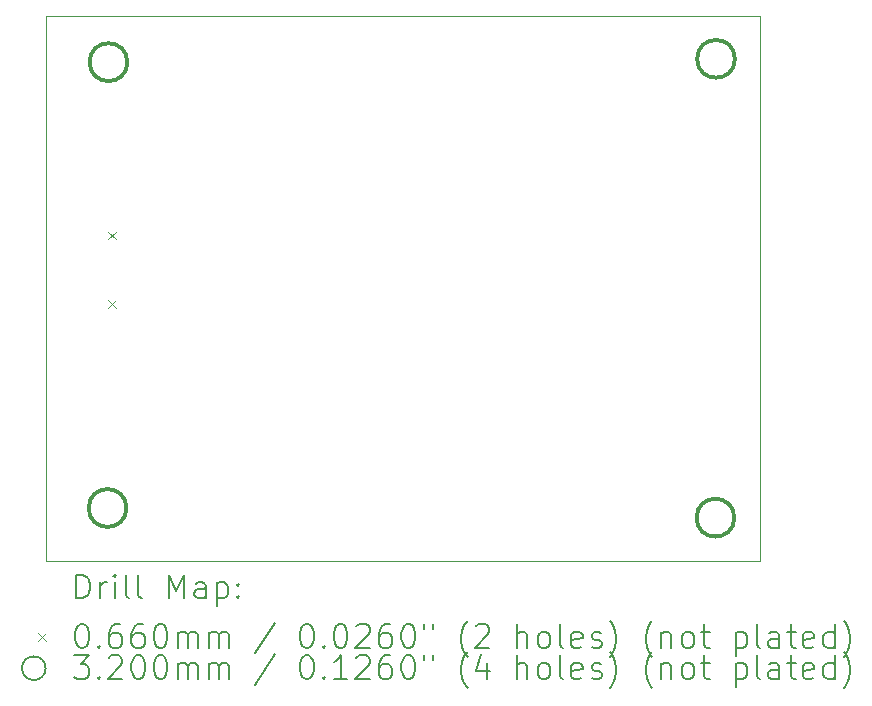
<source format=gbr>
%TF.GenerationSoftware,KiCad,Pcbnew,9.0.6*%
%TF.CreationDate,2026-02-28T15:55:19-05:00*%
%TF.ProjectId,GoldenForm_1,476f6c64-656e-4466-9f72-6d5f312e6b69,rev?*%
%TF.SameCoordinates,Original*%
%TF.FileFunction,Drillmap*%
%TF.FilePolarity,Positive*%
%FSLAX45Y45*%
G04 Gerber Fmt 4.5, Leading zero omitted, Abs format (unit mm)*
G04 Created by KiCad (PCBNEW 9.0.6) date 2026-02-28 15:55:19*
%MOMM*%
%LPD*%
G01*
G04 APERTURE LIST*
%ADD10C,0.050000*%
%ADD11C,0.200000*%
%ADD12C,0.100000*%
%ADD13C,0.320000*%
G04 APERTURE END LIST*
D10*
X6706000Y-5031000D02*
X12750000Y-5031000D01*
X12750000Y-9642600D01*
X6706000Y-9642600D01*
X6706000Y-5031000D01*
D11*
D12*
X7233060Y-6852980D02*
X7299100Y-6919020D01*
X7299100Y-6852980D02*
X7233060Y-6919020D01*
X7233060Y-7430980D02*
X7299100Y-7497020D01*
X7299100Y-7430980D02*
X7233060Y-7497020D01*
D13*
X7388000Y-9193000D02*
G75*
G02*
X7068000Y-9193000I-160000J0D01*
G01*
X7068000Y-9193000D02*
G75*
G02*
X7388000Y-9193000I160000J0D01*
G01*
X7396000Y-5418200D02*
G75*
G02*
X7076000Y-5418200I-160000J0D01*
G01*
X7076000Y-5418200D02*
G75*
G02*
X7396000Y-5418200I160000J0D01*
G01*
X12535000Y-9275000D02*
G75*
G02*
X12215000Y-9275000I-160000J0D01*
G01*
X12215000Y-9275000D02*
G75*
G02*
X12535000Y-9275000I160000J0D01*
G01*
X12540000Y-5390000D02*
G75*
G02*
X12220000Y-5390000I-160000J0D01*
G01*
X12220000Y-5390000D02*
G75*
G02*
X12540000Y-5390000I160000J0D01*
G01*
D11*
X6964277Y-9956584D02*
X6964277Y-9756584D01*
X6964277Y-9756584D02*
X7011896Y-9756584D01*
X7011896Y-9756584D02*
X7040467Y-9766108D01*
X7040467Y-9766108D02*
X7059515Y-9785155D01*
X7059515Y-9785155D02*
X7069039Y-9804203D01*
X7069039Y-9804203D02*
X7078562Y-9842298D01*
X7078562Y-9842298D02*
X7078562Y-9870870D01*
X7078562Y-9870870D02*
X7069039Y-9908965D01*
X7069039Y-9908965D02*
X7059515Y-9928012D01*
X7059515Y-9928012D02*
X7040467Y-9947060D01*
X7040467Y-9947060D02*
X7011896Y-9956584D01*
X7011896Y-9956584D02*
X6964277Y-9956584D01*
X7164277Y-9956584D02*
X7164277Y-9823250D01*
X7164277Y-9861346D02*
X7173801Y-9842298D01*
X7173801Y-9842298D02*
X7183324Y-9832774D01*
X7183324Y-9832774D02*
X7202372Y-9823250D01*
X7202372Y-9823250D02*
X7221420Y-9823250D01*
X7288086Y-9956584D02*
X7288086Y-9823250D01*
X7288086Y-9756584D02*
X7278562Y-9766108D01*
X7278562Y-9766108D02*
X7288086Y-9775631D01*
X7288086Y-9775631D02*
X7297610Y-9766108D01*
X7297610Y-9766108D02*
X7288086Y-9756584D01*
X7288086Y-9756584D02*
X7288086Y-9775631D01*
X7411896Y-9956584D02*
X7392848Y-9947060D01*
X7392848Y-9947060D02*
X7383324Y-9928012D01*
X7383324Y-9928012D02*
X7383324Y-9756584D01*
X7516658Y-9956584D02*
X7497610Y-9947060D01*
X7497610Y-9947060D02*
X7488086Y-9928012D01*
X7488086Y-9928012D02*
X7488086Y-9756584D01*
X7745229Y-9956584D02*
X7745229Y-9756584D01*
X7745229Y-9756584D02*
X7811896Y-9899441D01*
X7811896Y-9899441D02*
X7878562Y-9756584D01*
X7878562Y-9756584D02*
X7878562Y-9956584D01*
X8059515Y-9956584D02*
X8059515Y-9851822D01*
X8059515Y-9851822D02*
X8049991Y-9832774D01*
X8049991Y-9832774D02*
X8030943Y-9823250D01*
X8030943Y-9823250D02*
X7992848Y-9823250D01*
X7992848Y-9823250D02*
X7973801Y-9832774D01*
X8059515Y-9947060D02*
X8040467Y-9956584D01*
X8040467Y-9956584D02*
X7992848Y-9956584D01*
X7992848Y-9956584D02*
X7973801Y-9947060D01*
X7973801Y-9947060D02*
X7964277Y-9928012D01*
X7964277Y-9928012D02*
X7964277Y-9908965D01*
X7964277Y-9908965D02*
X7973801Y-9889917D01*
X7973801Y-9889917D02*
X7992848Y-9880393D01*
X7992848Y-9880393D02*
X8040467Y-9880393D01*
X8040467Y-9880393D02*
X8059515Y-9870870D01*
X8154753Y-9823250D02*
X8154753Y-10023250D01*
X8154753Y-9832774D02*
X8173801Y-9823250D01*
X8173801Y-9823250D02*
X8211896Y-9823250D01*
X8211896Y-9823250D02*
X8230943Y-9832774D01*
X8230943Y-9832774D02*
X8240467Y-9842298D01*
X8240467Y-9842298D02*
X8249991Y-9861346D01*
X8249991Y-9861346D02*
X8249991Y-9918489D01*
X8249991Y-9918489D02*
X8240467Y-9937536D01*
X8240467Y-9937536D02*
X8230943Y-9947060D01*
X8230943Y-9947060D02*
X8211896Y-9956584D01*
X8211896Y-9956584D02*
X8173801Y-9956584D01*
X8173801Y-9956584D02*
X8154753Y-9947060D01*
X8335705Y-9937536D02*
X8345229Y-9947060D01*
X8345229Y-9947060D02*
X8335705Y-9956584D01*
X8335705Y-9956584D02*
X8326182Y-9947060D01*
X8326182Y-9947060D02*
X8335705Y-9937536D01*
X8335705Y-9937536D02*
X8335705Y-9956584D01*
X8335705Y-9832774D02*
X8345229Y-9842298D01*
X8345229Y-9842298D02*
X8335705Y-9851822D01*
X8335705Y-9851822D02*
X8326182Y-9842298D01*
X8326182Y-9842298D02*
X8335705Y-9832774D01*
X8335705Y-9832774D02*
X8335705Y-9851822D01*
D12*
X6637460Y-10252080D02*
X6703500Y-10318120D01*
X6703500Y-10252080D02*
X6637460Y-10318120D01*
D11*
X7002372Y-10176584D02*
X7021420Y-10176584D01*
X7021420Y-10176584D02*
X7040467Y-10186108D01*
X7040467Y-10186108D02*
X7049991Y-10195631D01*
X7049991Y-10195631D02*
X7059515Y-10214679D01*
X7059515Y-10214679D02*
X7069039Y-10252774D01*
X7069039Y-10252774D02*
X7069039Y-10300393D01*
X7069039Y-10300393D02*
X7059515Y-10338489D01*
X7059515Y-10338489D02*
X7049991Y-10357536D01*
X7049991Y-10357536D02*
X7040467Y-10367060D01*
X7040467Y-10367060D02*
X7021420Y-10376584D01*
X7021420Y-10376584D02*
X7002372Y-10376584D01*
X7002372Y-10376584D02*
X6983324Y-10367060D01*
X6983324Y-10367060D02*
X6973801Y-10357536D01*
X6973801Y-10357536D02*
X6964277Y-10338489D01*
X6964277Y-10338489D02*
X6954753Y-10300393D01*
X6954753Y-10300393D02*
X6954753Y-10252774D01*
X6954753Y-10252774D02*
X6964277Y-10214679D01*
X6964277Y-10214679D02*
X6973801Y-10195631D01*
X6973801Y-10195631D02*
X6983324Y-10186108D01*
X6983324Y-10186108D02*
X7002372Y-10176584D01*
X7154753Y-10357536D02*
X7164277Y-10367060D01*
X7164277Y-10367060D02*
X7154753Y-10376584D01*
X7154753Y-10376584D02*
X7145229Y-10367060D01*
X7145229Y-10367060D02*
X7154753Y-10357536D01*
X7154753Y-10357536D02*
X7154753Y-10376584D01*
X7335705Y-10176584D02*
X7297610Y-10176584D01*
X7297610Y-10176584D02*
X7278562Y-10186108D01*
X7278562Y-10186108D02*
X7269039Y-10195631D01*
X7269039Y-10195631D02*
X7249991Y-10224203D01*
X7249991Y-10224203D02*
X7240467Y-10262298D01*
X7240467Y-10262298D02*
X7240467Y-10338489D01*
X7240467Y-10338489D02*
X7249991Y-10357536D01*
X7249991Y-10357536D02*
X7259515Y-10367060D01*
X7259515Y-10367060D02*
X7278562Y-10376584D01*
X7278562Y-10376584D02*
X7316658Y-10376584D01*
X7316658Y-10376584D02*
X7335705Y-10367060D01*
X7335705Y-10367060D02*
X7345229Y-10357536D01*
X7345229Y-10357536D02*
X7354753Y-10338489D01*
X7354753Y-10338489D02*
X7354753Y-10290870D01*
X7354753Y-10290870D02*
X7345229Y-10271822D01*
X7345229Y-10271822D02*
X7335705Y-10262298D01*
X7335705Y-10262298D02*
X7316658Y-10252774D01*
X7316658Y-10252774D02*
X7278562Y-10252774D01*
X7278562Y-10252774D02*
X7259515Y-10262298D01*
X7259515Y-10262298D02*
X7249991Y-10271822D01*
X7249991Y-10271822D02*
X7240467Y-10290870D01*
X7526182Y-10176584D02*
X7488086Y-10176584D01*
X7488086Y-10176584D02*
X7469039Y-10186108D01*
X7469039Y-10186108D02*
X7459515Y-10195631D01*
X7459515Y-10195631D02*
X7440467Y-10224203D01*
X7440467Y-10224203D02*
X7430943Y-10262298D01*
X7430943Y-10262298D02*
X7430943Y-10338489D01*
X7430943Y-10338489D02*
X7440467Y-10357536D01*
X7440467Y-10357536D02*
X7449991Y-10367060D01*
X7449991Y-10367060D02*
X7469039Y-10376584D01*
X7469039Y-10376584D02*
X7507134Y-10376584D01*
X7507134Y-10376584D02*
X7526182Y-10367060D01*
X7526182Y-10367060D02*
X7535705Y-10357536D01*
X7535705Y-10357536D02*
X7545229Y-10338489D01*
X7545229Y-10338489D02*
X7545229Y-10290870D01*
X7545229Y-10290870D02*
X7535705Y-10271822D01*
X7535705Y-10271822D02*
X7526182Y-10262298D01*
X7526182Y-10262298D02*
X7507134Y-10252774D01*
X7507134Y-10252774D02*
X7469039Y-10252774D01*
X7469039Y-10252774D02*
X7449991Y-10262298D01*
X7449991Y-10262298D02*
X7440467Y-10271822D01*
X7440467Y-10271822D02*
X7430943Y-10290870D01*
X7669039Y-10176584D02*
X7688086Y-10176584D01*
X7688086Y-10176584D02*
X7707134Y-10186108D01*
X7707134Y-10186108D02*
X7716658Y-10195631D01*
X7716658Y-10195631D02*
X7726182Y-10214679D01*
X7726182Y-10214679D02*
X7735705Y-10252774D01*
X7735705Y-10252774D02*
X7735705Y-10300393D01*
X7735705Y-10300393D02*
X7726182Y-10338489D01*
X7726182Y-10338489D02*
X7716658Y-10357536D01*
X7716658Y-10357536D02*
X7707134Y-10367060D01*
X7707134Y-10367060D02*
X7688086Y-10376584D01*
X7688086Y-10376584D02*
X7669039Y-10376584D01*
X7669039Y-10376584D02*
X7649991Y-10367060D01*
X7649991Y-10367060D02*
X7640467Y-10357536D01*
X7640467Y-10357536D02*
X7630943Y-10338489D01*
X7630943Y-10338489D02*
X7621420Y-10300393D01*
X7621420Y-10300393D02*
X7621420Y-10252774D01*
X7621420Y-10252774D02*
X7630943Y-10214679D01*
X7630943Y-10214679D02*
X7640467Y-10195631D01*
X7640467Y-10195631D02*
X7649991Y-10186108D01*
X7649991Y-10186108D02*
X7669039Y-10176584D01*
X7821420Y-10376584D02*
X7821420Y-10243250D01*
X7821420Y-10262298D02*
X7830943Y-10252774D01*
X7830943Y-10252774D02*
X7849991Y-10243250D01*
X7849991Y-10243250D02*
X7878563Y-10243250D01*
X7878563Y-10243250D02*
X7897610Y-10252774D01*
X7897610Y-10252774D02*
X7907134Y-10271822D01*
X7907134Y-10271822D02*
X7907134Y-10376584D01*
X7907134Y-10271822D02*
X7916658Y-10252774D01*
X7916658Y-10252774D02*
X7935705Y-10243250D01*
X7935705Y-10243250D02*
X7964277Y-10243250D01*
X7964277Y-10243250D02*
X7983324Y-10252774D01*
X7983324Y-10252774D02*
X7992848Y-10271822D01*
X7992848Y-10271822D02*
X7992848Y-10376584D01*
X8088086Y-10376584D02*
X8088086Y-10243250D01*
X8088086Y-10262298D02*
X8097610Y-10252774D01*
X8097610Y-10252774D02*
X8116658Y-10243250D01*
X8116658Y-10243250D02*
X8145229Y-10243250D01*
X8145229Y-10243250D02*
X8164277Y-10252774D01*
X8164277Y-10252774D02*
X8173801Y-10271822D01*
X8173801Y-10271822D02*
X8173801Y-10376584D01*
X8173801Y-10271822D02*
X8183324Y-10252774D01*
X8183324Y-10252774D02*
X8202372Y-10243250D01*
X8202372Y-10243250D02*
X8230943Y-10243250D01*
X8230943Y-10243250D02*
X8249991Y-10252774D01*
X8249991Y-10252774D02*
X8259515Y-10271822D01*
X8259515Y-10271822D02*
X8259515Y-10376584D01*
X8649991Y-10167060D02*
X8478563Y-10424203D01*
X8907134Y-10176584D02*
X8926182Y-10176584D01*
X8926182Y-10176584D02*
X8945229Y-10186108D01*
X8945229Y-10186108D02*
X8954753Y-10195631D01*
X8954753Y-10195631D02*
X8964277Y-10214679D01*
X8964277Y-10214679D02*
X8973801Y-10252774D01*
X8973801Y-10252774D02*
X8973801Y-10300393D01*
X8973801Y-10300393D02*
X8964277Y-10338489D01*
X8964277Y-10338489D02*
X8954753Y-10357536D01*
X8954753Y-10357536D02*
X8945229Y-10367060D01*
X8945229Y-10367060D02*
X8926182Y-10376584D01*
X8926182Y-10376584D02*
X8907134Y-10376584D01*
X8907134Y-10376584D02*
X8888087Y-10367060D01*
X8888087Y-10367060D02*
X8878563Y-10357536D01*
X8878563Y-10357536D02*
X8869039Y-10338489D01*
X8869039Y-10338489D02*
X8859515Y-10300393D01*
X8859515Y-10300393D02*
X8859515Y-10252774D01*
X8859515Y-10252774D02*
X8869039Y-10214679D01*
X8869039Y-10214679D02*
X8878563Y-10195631D01*
X8878563Y-10195631D02*
X8888087Y-10186108D01*
X8888087Y-10186108D02*
X8907134Y-10176584D01*
X9059515Y-10357536D02*
X9069039Y-10367060D01*
X9069039Y-10367060D02*
X9059515Y-10376584D01*
X9059515Y-10376584D02*
X9049991Y-10367060D01*
X9049991Y-10367060D02*
X9059515Y-10357536D01*
X9059515Y-10357536D02*
X9059515Y-10376584D01*
X9192848Y-10176584D02*
X9211896Y-10176584D01*
X9211896Y-10176584D02*
X9230944Y-10186108D01*
X9230944Y-10186108D02*
X9240468Y-10195631D01*
X9240468Y-10195631D02*
X9249991Y-10214679D01*
X9249991Y-10214679D02*
X9259515Y-10252774D01*
X9259515Y-10252774D02*
X9259515Y-10300393D01*
X9259515Y-10300393D02*
X9249991Y-10338489D01*
X9249991Y-10338489D02*
X9240468Y-10357536D01*
X9240468Y-10357536D02*
X9230944Y-10367060D01*
X9230944Y-10367060D02*
X9211896Y-10376584D01*
X9211896Y-10376584D02*
X9192848Y-10376584D01*
X9192848Y-10376584D02*
X9173801Y-10367060D01*
X9173801Y-10367060D02*
X9164277Y-10357536D01*
X9164277Y-10357536D02*
X9154753Y-10338489D01*
X9154753Y-10338489D02*
X9145229Y-10300393D01*
X9145229Y-10300393D02*
X9145229Y-10252774D01*
X9145229Y-10252774D02*
X9154753Y-10214679D01*
X9154753Y-10214679D02*
X9164277Y-10195631D01*
X9164277Y-10195631D02*
X9173801Y-10186108D01*
X9173801Y-10186108D02*
X9192848Y-10176584D01*
X9335706Y-10195631D02*
X9345229Y-10186108D01*
X9345229Y-10186108D02*
X9364277Y-10176584D01*
X9364277Y-10176584D02*
X9411896Y-10176584D01*
X9411896Y-10176584D02*
X9430944Y-10186108D01*
X9430944Y-10186108D02*
X9440468Y-10195631D01*
X9440468Y-10195631D02*
X9449991Y-10214679D01*
X9449991Y-10214679D02*
X9449991Y-10233727D01*
X9449991Y-10233727D02*
X9440468Y-10262298D01*
X9440468Y-10262298D02*
X9326182Y-10376584D01*
X9326182Y-10376584D02*
X9449991Y-10376584D01*
X9621420Y-10176584D02*
X9583325Y-10176584D01*
X9583325Y-10176584D02*
X9564277Y-10186108D01*
X9564277Y-10186108D02*
X9554753Y-10195631D01*
X9554753Y-10195631D02*
X9535706Y-10224203D01*
X9535706Y-10224203D02*
X9526182Y-10262298D01*
X9526182Y-10262298D02*
X9526182Y-10338489D01*
X9526182Y-10338489D02*
X9535706Y-10357536D01*
X9535706Y-10357536D02*
X9545229Y-10367060D01*
X9545229Y-10367060D02*
X9564277Y-10376584D01*
X9564277Y-10376584D02*
X9602372Y-10376584D01*
X9602372Y-10376584D02*
X9621420Y-10367060D01*
X9621420Y-10367060D02*
X9630944Y-10357536D01*
X9630944Y-10357536D02*
X9640468Y-10338489D01*
X9640468Y-10338489D02*
X9640468Y-10290870D01*
X9640468Y-10290870D02*
X9630944Y-10271822D01*
X9630944Y-10271822D02*
X9621420Y-10262298D01*
X9621420Y-10262298D02*
X9602372Y-10252774D01*
X9602372Y-10252774D02*
X9564277Y-10252774D01*
X9564277Y-10252774D02*
X9545229Y-10262298D01*
X9545229Y-10262298D02*
X9535706Y-10271822D01*
X9535706Y-10271822D02*
X9526182Y-10290870D01*
X9764277Y-10176584D02*
X9783325Y-10176584D01*
X9783325Y-10176584D02*
X9802372Y-10186108D01*
X9802372Y-10186108D02*
X9811896Y-10195631D01*
X9811896Y-10195631D02*
X9821420Y-10214679D01*
X9821420Y-10214679D02*
X9830944Y-10252774D01*
X9830944Y-10252774D02*
X9830944Y-10300393D01*
X9830944Y-10300393D02*
X9821420Y-10338489D01*
X9821420Y-10338489D02*
X9811896Y-10357536D01*
X9811896Y-10357536D02*
X9802372Y-10367060D01*
X9802372Y-10367060D02*
X9783325Y-10376584D01*
X9783325Y-10376584D02*
X9764277Y-10376584D01*
X9764277Y-10376584D02*
X9745229Y-10367060D01*
X9745229Y-10367060D02*
X9735706Y-10357536D01*
X9735706Y-10357536D02*
X9726182Y-10338489D01*
X9726182Y-10338489D02*
X9716658Y-10300393D01*
X9716658Y-10300393D02*
X9716658Y-10252774D01*
X9716658Y-10252774D02*
X9726182Y-10214679D01*
X9726182Y-10214679D02*
X9735706Y-10195631D01*
X9735706Y-10195631D02*
X9745229Y-10186108D01*
X9745229Y-10186108D02*
X9764277Y-10176584D01*
X9907134Y-10176584D02*
X9907134Y-10214679D01*
X9983325Y-10176584D02*
X9983325Y-10214679D01*
X10278563Y-10452774D02*
X10269039Y-10443250D01*
X10269039Y-10443250D02*
X10249991Y-10414679D01*
X10249991Y-10414679D02*
X10240468Y-10395631D01*
X10240468Y-10395631D02*
X10230944Y-10367060D01*
X10230944Y-10367060D02*
X10221420Y-10319441D01*
X10221420Y-10319441D02*
X10221420Y-10281346D01*
X10221420Y-10281346D02*
X10230944Y-10233727D01*
X10230944Y-10233727D02*
X10240468Y-10205155D01*
X10240468Y-10205155D02*
X10249991Y-10186108D01*
X10249991Y-10186108D02*
X10269039Y-10157536D01*
X10269039Y-10157536D02*
X10278563Y-10148012D01*
X10345230Y-10195631D02*
X10354753Y-10186108D01*
X10354753Y-10186108D02*
X10373801Y-10176584D01*
X10373801Y-10176584D02*
X10421420Y-10176584D01*
X10421420Y-10176584D02*
X10440468Y-10186108D01*
X10440468Y-10186108D02*
X10449991Y-10195631D01*
X10449991Y-10195631D02*
X10459515Y-10214679D01*
X10459515Y-10214679D02*
X10459515Y-10233727D01*
X10459515Y-10233727D02*
X10449991Y-10262298D01*
X10449991Y-10262298D02*
X10335706Y-10376584D01*
X10335706Y-10376584D02*
X10459515Y-10376584D01*
X10697611Y-10376584D02*
X10697611Y-10176584D01*
X10783325Y-10376584D02*
X10783325Y-10271822D01*
X10783325Y-10271822D02*
X10773801Y-10252774D01*
X10773801Y-10252774D02*
X10754753Y-10243250D01*
X10754753Y-10243250D02*
X10726182Y-10243250D01*
X10726182Y-10243250D02*
X10707134Y-10252774D01*
X10707134Y-10252774D02*
X10697611Y-10262298D01*
X10907134Y-10376584D02*
X10888087Y-10367060D01*
X10888087Y-10367060D02*
X10878563Y-10357536D01*
X10878563Y-10357536D02*
X10869039Y-10338489D01*
X10869039Y-10338489D02*
X10869039Y-10281346D01*
X10869039Y-10281346D02*
X10878563Y-10262298D01*
X10878563Y-10262298D02*
X10888087Y-10252774D01*
X10888087Y-10252774D02*
X10907134Y-10243250D01*
X10907134Y-10243250D02*
X10935706Y-10243250D01*
X10935706Y-10243250D02*
X10954753Y-10252774D01*
X10954753Y-10252774D02*
X10964277Y-10262298D01*
X10964277Y-10262298D02*
X10973801Y-10281346D01*
X10973801Y-10281346D02*
X10973801Y-10338489D01*
X10973801Y-10338489D02*
X10964277Y-10357536D01*
X10964277Y-10357536D02*
X10954753Y-10367060D01*
X10954753Y-10367060D02*
X10935706Y-10376584D01*
X10935706Y-10376584D02*
X10907134Y-10376584D01*
X11088087Y-10376584D02*
X11069039Y-10367060D01*
X11069039Y-10367060D02*
X11059515Y-10348012D01*
X11059515Y-10348012D02*
X11059515Y-10176584D01*
X11240468Y-10367060D02*
X11221420Y-10376584D01*
X11221420Y-10376584D02*
X11183325Y-10376584D01*
X11183325Y-10376584D02*
X11164277Y-10367060D01*
X11164277Y-10367060D02*
X11154753Y-10348012D01*
X11154753Y-10348012D02*
X11154753Y-10271822D01*
X11154753Y-10271822D02*
X11164277Y-10252774D01*
X11164277Y-10252774D02*
X11183325Y-10243250D01*
X11183325Y-10243250D02*
X11221420Y-10243250D01*
X11221420Y-10243250D02*
X11240468Y-10252774D01*
X11240468Y-10252774D02*
X11249991Y-10271822D01*
X11249991Y-10271822D02*
X11249991Y-10290870D01*
X11249991Y-10290870D02*
X11154753Y-10309917D01*
X11326182Y-10367060D02*
X11345230Y-10376584D01*
X11345230Y-10376584D02*
X11383325Y-10376584D01*
X11383325Y-10376584D02*
X11402372Y-10367060D01*
X11402372Y-10367060D02*
X11411896Y-10348012D01*
X11411896Y-10348012D02*
X11411896Y-10338489D01*
X11411896Y-10338489D02*
X11402372Y-10319441D01*
X11402372Y-10319441D02*
X11383325Y-10309917D01*
X11383325Y-10309917D02*
X11354753Y-10309917D01*
X11354753Y-10309917D02*
X11335706Y-10300393D01*
X11335706Y-10300393D02*
X11326182Y-10281346D01*
X11326182Y-10281346D02*
X11326182Y-10271822D01*
X11326182Y-10271822D02*
X11335706Y-10252774D01*
X11335706Y-10252774D02*
X11354753Y-10243250D01*
X11354753Y-10243250D02*
X11383325Y-10243250D01*
X11383325Y-10243250D02*
X11402372Y-10252774D01*
X11478563Y-10452774D02*
X11488087Y-10443250D01*
X11488087Y-10443250D02*
X11507134Y-10414679D01*
X11507134Y-10414679D02*
X11516658Y-10395631D01*
X11516658Y-10395631D02*
X11526182Y-10367060D01*
X11526182Y-10367060D02*
X11535706Y-10319441D01*
X11535706Y-10319441D02*
X11535706Y-10281346D01*
X11535706Y-10281346D02*
X11526182Y-10233727D01*
X11526182Y-10233727D02*
X11516658Y-10205155D01*
X11516658Y-10205155D02*
X11507134Y-10186108D01*
X11507134Y-10186108D02*
X11488087Y-10157536D01*
X11488087Y-10157536D02*
X11478563Y-10148012D01*
X11840468Y-10452774D02*
X11830944Y-10443250D01*
X11830944Y-10443250D02*
X11811896Y-10414679D01*
X11811896Y-10414679D02*
X11802372Y-10395631D01*
X11802372Y-10395631D02*
X11792849Y-10367060D01*
X11792849Y-10367060D02*
X11783325Y-10319441D01*
X11783325Y-10319441D02*
X11783325Y-10281346D01*
X11783325Y-10281346D02*
X11792849Y-10233727D01*
X11792849Y-10233727D02*
X11802372Y-10205155D01*
X11802372Y-10205155D02*
X11811896Y-10186108D01*
X11811896Y-10186108D02*
X11830944Y-10157536D01*
X11830944Y-10157536D02*
X11840468Y-10148012D01*
X11916658Y-10243250D02*
X11916658Y-10376584D01*
X11916658Y-10262298D02*
X11926182Y-10252774D01*
X11926182Y-10252774D02*
X11945230Y-10243250D01*
X11945230Y-10243250D02*
X11973801Y-10243250D01*
X11973801Y-10243250D02*
X11992849Y-10252774D01*
X11992849Y-10252774D02*
X12002372Y-10271822D01*
X12002372Y-10271822D02*
X12002372Y-10376584D01*
X12126182Y-10376584D02*
X12107134Y-10367060D01*
X12107134Y-10367060D02*
X12097611Y-10357536D01*
X12097611Y-10357536D02*
X12088087Y-10338489D01*
X12088087Y-10338489D02*
X12088087Y-10281346D01*
X12088087Y-10281346D02*
X12097611Y-10262298D01*
X12097611Y-10262298D02*
X12107134Y-10252774D01*
X12107134Y-10252774D02*
X12126182Y-10243250D01*
X12126182Y-10243250D02*
X12154753Y-10243250D01*
X12154753Y-10243250D02*
X12173801Y-10252774D01*
X12173801Y-10252774D02*
X12183325Y-10262298D01*
X12183325Y-10262298D02*
X12192849Y-10281346D01*
X12192849Y-10281346D02*
X12192849Y-10338489D01*
X12192849Y-10338489D02*
X12183325Y-10357536D01*
X12183325Y-10357536D02*
X12173801Y-10367060D01*
X12173801Y-10367060D02*
X12154753Y-10376584D01*
X12154753Y-10376584D02*
X12126182Y-10376584D01*
X12249992Y-10243250D02*
X12326182Y-10243250D01*
X12278563Y-10176584D02*
X12278563Y-10348012D01*
X12278563Y-10348012D02*
X12288087Y-10367060D01*
X12288087Y-10367060D02*
X12307134Y-10376584D01*
X12307134Y-10376584D02*
X12326182Y-10376584D01*
X12545230Y-10243250D02*
X12545230Y-10443250D01*
X12545230Y-10252774D02*
X12564277Y-10243250D01*
X12564277Y-10243250D02*
X12602373Y-10243250D01*
X12602373Y-10243250D02*
X12621420Y-10252774D01*
X12621420Y-10252774D02*
X12630944Y-10262298D01*
X12630944Y-10262298D02*
X12640468Y-10281346D01*
X12640468Y-10281346D02*
X12640468Y-10338489D01*
X12640468Y-10338489D02*
X12630944Y-10357536D01*
X12630944Y-10357536D02*
X12621420Y-10367060D01*
X12621420Y-10367060D02*
X12602373Y-10376584D01*
X12602373Y-10376584D02*
X12564277Y-10376584D01*
X12564277Y-10376584D02*
X12545230Y-10367060D01*
X12754753Y-10376584D02*
X12735706Y-10367060D01*
X12735706Y-10367060D02*
X12726182Y-10348012D01*
X12726182Y-10348012D02*
X12726182Y-10176584D01*
X12916658Y-10376584D02*
X12916658Y-10271822D01*
X12916658Y-10271822D02*
X12907134Y-10252774D01*
X12907134Y-10252774D02*
X12888087Y-10243250D01*
X12888087Y-10243250D02*
X12849992Y-10243250D01*
X12849992Y-10243250D02*
X12830944Y-10252774D01*
X12916658Y-10367060D02*
X12897611Y-10376584D01*
X12897611Y-10376584D02*
X12849992Y-10376584D01*
X12849992Y-10376584D02*
X12830944Y-10367060D01*
X12830944Y-10367060D02*
X12821420Y-10348012D01*
X12821420Y-10348012D02*
X12821420Y-10328965D01*
X12821420Y-10328965D02*
X12830944Y-10309917D01*
X12830944Y-10309917D02*
X12849992Y-10300393D01*
X12849992Y-10300393D02*
X12897611Y-10300393D01*
X12897611Y-10300393D02*
X12916658Y-10290870D01*
X12983325Y-10243250D02*
X13059515Y-10243250D01*
X13011896Y-10176584D02*
X13011896Y-10348012D01*
X13011896Y-10348012D02*
X13021420Y-10367060D01*
X13021420Y-10367060D02*
X13040468Y-10376584D01*
X13040468Y-10376584D02*
X13059515Y-10376584D01*
X13202373Y-10367060D02*
X13183325Y-10376584D01*
X13183325Y-10376584D02*
X13145230Y-10376584D01*
X13145230Y-10376584D02*
X13126182Y-10367060D01*
X13126182Y-10367060D02*
X13116658Y-10348012D01*
X13116658Y-10348012D02*
X13116658Y-10271822D01*
X13116658Y-10271822D02*
X13126182Y-10252774D01*
X13126182Y-10252774D02*
X13145230Y-10243250D01*
X13145230Y-10243250D02*
X13183325Y-10243250D01*
X13183325Y-10243250D02*
X13202373Y-10252774D01*
X13202373Y-10252774D02*
X13211896Y-10271822D01*
X13211896Y-10271822D02*
X13211896Y-10290870D01*
X13211896Y-10290870D02*
X13116658Y-10309917D01*
X13383325Y-10376584D02*
X13383325Y-10176584D01*
X13383325Y-10367060D02*
X13364277Y-10376584D01*
X13364277Y-10376584D02*
X13326182Y-10376584D01*
X13326182Y-10376584D02*
X13307134Y-10367060D01*
X13307134Y-10367060D02*
X13297611Y-10357536D01*
X13297611Y-10357536D02*
X13288087Y-10338489D01*
X13288087Y-10338489D02*
X13288087Y-10281346D01*
X13288087Y-10281346D02*
X13297611Y-10262298D01*
X13297611Y-10262298D02*
X13307134Y-10252774D01*
X13307134Y-10252774D02*
X13326182Y-10243250D01*
X13326182Y-10243250D02*
X13364277Y-10243250D01*
X13364277Y-10243250D02*
X13383325Y-10252774D01*
X13459515Y-10452774D02*
X13469039Y-10443250D01*
X13469039Y-10443250D02*
X13488087Y-10414679D01*
X13488087Y-10414679D02*
X13497611Y-10395631D01*
X13497611Y-10395631D02*
X13507134Y-10367060D01*
X13507134Y-10367060D02*
X13516658Y-10319441D01*
X13516658Y-10319441D02*
X13516658Y-10281346D01*
X13516658Y-10281346D02*
X13507134Y-10233727D01*
X13507134Y-10233727D02*
X13497611Y-10205155D01*
X13497611Y-10205155D02*
X13488087Y-10186108D01*
X13488087Y-10186108D02*
X13469039Y-10157536D01*
X13469039Y-10157536D02*
X13459515Y-10148012D01*
X6703500Y-10549100D02*
G75*
G02*
X6503500Y-10549100I-100000J0D01*
G01*
X6503500Y-10549100D02*
G75*
G02*
X6703500Y-10549100I100000J0D01*
G01*
X6945229Y-10440584D02*
X7069039Y-10440584D01*
X7069039Y-10440584D02*
X7002372Y-10516774D01*
X7002372Y-10516774D02*
X7030943Y-10516774D01*
X7030943Y-10516774D02*
X7049991Y-10526298D01*
X7049991Y-10526298D02*
X7059515Y-10535822D01*
X7059515Y-10535822D02*
X7069039Y-10554870D01*
X7069039Y-10554870D02*
X7069039Y-10602489D01*
X7069039Y-10602489D02*
X7059515Y-10621536D01*
X7059515Y-10621536D02*
X7049991Y-10631060D01*
X7049991Y-10631060D02*
X7030943Y-10640584D01*
X7030943Y-10640584D02*
X6973801Y-10640584D01*
X6973801Y-10640584D02*
X6954753Y-10631060D01*
X6954753Y-10631060D02*
X6945229Y-10621536D01*
X7154753Y-10621536D02*
X7164277Y-10631060D01*
X7164277Y-10631060D02*
X7154753Y-10640584D01*
X7154753Y-10640584D02*
X7145229Y-10631060D01*
X7145229Y-10631060D02*
X7154753Y-10621536D01*
X7154753Y-10621536D02*
X7154753Y-10640584D01*
X7240467Y-10459631D02*
X7249991Y-10450108D01*
X7249991Y-10450108D02*
X7269039Y-10440584D01*
X7269039Y-10440584D02*
X7316658Y-10440584D01*
X7316658Y-10440584D02*
X7335705Y-10450108D01*
X7335705Y-10450108D02*
X7345229Y-10459631D01*
X7345229Y-10459631D02*
X7354753Y-10478679D01*
X7354753Y-10478679D02*
X7354753Y-10497727D01*
X7354753Y-10497727D02*
X7345229Y-10526298D01*
X7345229Y-10526298D02*
X7230943Y-10640584D01*
X7230943Y-10640584D02*
X7354753Y-10640584D01*
X7478562Y-10440584D02*
X7497610Y-10440584D01*
X7497610Y-10440584D02*
X7516658Y-10450108D01*
X7516658Y-10450108D02*
X7526182Y-10459631D01*
X7526182Y-10459631D02*
X7535705Y-10478679D01*
X7535705Y-10478679D02*
X7545229Y-10516774D01*
X7545229Y-10516774D02*
X7545229Y-10564393D01*
X7545229Y-10564393D02*
X7535705Y-10602489D01*
X7535705Y-10602489D02*
X7526182Y-10621536D01*
X7526182Y-10621536D02*
X7516658Y-10631060D01*
X7516658Y-10631060D02*
X7497610Y-10640584D01*
X7497610Y-10640584D02*
X7478562Y-10640584D01*
X7478562Y-10640584D02*
X7459515Y-10631060D01*
X7459515Y-10631060D02*
X7449991Y-10621536D01*
X7449991Y-10621536D02*
X7440467Y-10602489D01*
X7440467Y-10602489D02*
X7430943Y-10564393D01*
X7430943Y-10564393D02*
X7430943Y-10516774D01*
X7430943Y-10516774D02*
X7440467Y-10478679D01*
X7440467Y-10478679D02*
X7449991Y-10459631D01*
X7449991Y-10459631D02*
X7459515Y-10450108D01*
X7459515Y-10450108D02*
X7478562Y-10440584D01*
X7669039Y-10440584D02*
X7688086Y-10440584D01*
X7688086Y-10440584D02*
X7707134Y-10450108D01*
X7707134Y-10450108D02*
X7716658Y-10459631D01*
X7716658Y-10459631D02*
X7726182Y-10478679D01*
X7726182Y-10478679D02*
X7735705Y-10516774D01*
X7735705Y-10516774D02*
X7735705Y-10564393D01*
X7735705Y-10564393D02*
X7726182Y-10602489D01*
X7726182Y-10602489D02*
X7716658Y-10621536D01*
X7716658Y-10621536D02*
X7707134Y-10631060D01*
X7707134Y-10631060D02*
X7688086Y-10640584D01*
X7688086Y-10640584D02*
X7669039Y-10640584D01*
X7669039Y-10640584D02*
X7649991Y-10631060D01*
X7649991Y-10631060D02*
X7640467Y-10621536D01*
X7640467Y-10621536D02*
X7630943Y-10602489D01*
X7630943Y-10602489D02*
X7621420Y-10564393D01*
X7621420Y-10564393D02*
X7621420Y-10516774D01*
X7621420Y-10516774D02*
X7630943Y-10478679D01*
X7630943Y-10478679D02*
X7640467Y-10459631D01*
X7640467Y-10459631D02*
X7649991Y-10450108D01*
X7649991Y-10450108D02*
X7669039Y-10440584D01*
X7821420Y-10640584D02*
X7821420Y-10507250D01*
X7821420Y-10526298D02*
X7830943Y-10516774D01*
X7830943Y-10516774D02*
X7849991Y-10507250D01*
X7849991Y-10507250D02*
X7878563Y-10507250D01*
X7878563Y-10507250D02*
X7897610Y-10516774D01*
X7897610Y-10516774D02*
X7907134Y-10535822D01*
X7907134Y-10535822D02*
X7907134Y-10640584D01*
X7907134Y-10535822D02*
X7916658Y-10516774D01*
X7916658Y-10516774D02*
X7935705Y-10507250D01*
X7935705Y-10507250D02*
X7964277Y-10507250D01*
X7964277Y-10507250D02*
X7983324Y-10516774D01*
X7983324Y-10516774D02*
X7992848Y-10535822D01*
X7992848Y-10535822D02*
X7992848Y-10640584D01*
X8088086Y-10640584D02*
X8088086Y-10507250D01*
X8088086Y-10526298D02*
X8097610Y-10516774D01*
X8097610Y-10516774D02*
X8116658Y-10507250D01*
X8116658Y-10507250D02*
X8145229Y-10507250D01*
X8145229Y-10507250D02*
X8164277Y-10516774D01*
X8164277Y-10516774D02*
X8173801Y-10535822D01*
X8173801Y-10535822D02*
X8173801Y-10640584D01*
X8173801Y-10535822D02*
X8183324Y-10516774D01*
X8183324Y-10516774D02*
X8202372Y-10507250D01*
X8202372Y-10507250D02*
X8230943Y-10507250D01*
X8230943Y-10507250D02*
X8249991Y-10516774D01*
X8249991Y-10516774D02*
X8259515Y-10535822D01*
X8259515Y-10535822D02*
X8259515Y-10640584D01*
X8649991Y-10431060D02*
X8478563Y-10688203D01*
X8907134Y-10440584D02*
X8926182Y-10440584D01*
X8926182Y-10440584D02*
X8945229Y-10450108D01*
X8945229Y-10450108D02*
X8954753Y-10459631D01*
X8954753Y-10459631D02*
X8964277Y-10478679D01*
X8964277Y-10478679D02*
X8973801Y-10516774D01*
X8973801Y-10516774D02*
X8973801Y-10564393D01*
X8973801Y-10564393D02*
X8964277Y-10602489D01*
X8964277Y-10602489D02*
X8954753Y-10621536D01*
X8954753Y-10621536D02*
X8945229Y-10631060D01*
X8945229Y-10631060D02*
X8926182Y-10640584D01*
X8926182Y-10640584D02*
X8907134Y-10640584D01*
X8907134Y-10640584D02*
X8888087Y-10631060D01*
X8888087Y-10631060D02*
X8878563Y-10621536D01*
X8878563Y-10621536D02*
X8869039Y-10602489D01*
X8869039Y-10602489D02*
X8859515Y-10564393D01*
X8859515Y-10564393D02*
X8859515Y-10516774D01*
X8859515Y-10516774D02*
X8869039Y-10478679D01*
X8869039Y-10478679D02*
X8878563Y-10459631D01*
X8878563Y-10459631D02*
X8888087Y-10450108D01*
X8888087Y-10450108D02*
X8907134Y-10440584D01*
X9059515Y-10621536D02*
X9069039Y-10631060D01*
X9069039Y-10631060D02*
X9059515Y-10640584D01*
X9059515Y-10640584D02*
X9049991Y-10631060D01*
X9049991Y-10631060D02*
X9059515Y-10621536D01*
X9059515Y-10621536D02*
X9059515Y-10640584D01*
X9259515Y-10640584D02*
X9145229Y-10640584D01*
X9202372Y-10640584D02*
X9202372Y-10440584D01*
X9202372Y-10440584D02*
X9183325Y-10469155D01*
X9183325Y-10469155D02*
X9164277Y-10488203D01*
X9164277Y-10488203D02*
X9145229Y-10497727D01*
X9335706Y-10459631D02*
X9345229Y-10450108D01*
X9345229Y-10450108D02*
X9364277Y-10440584D01*
X9364277Y-10440584D02*
X9411896Y-10440584D01*
X9411896Y-10440584D02*
X9430944Y-10450108D01*
X9430944Y-10450108D02*
X9440468Y-10459631D01*
X9440468Y-10459631D02*
X9449991Y-10478679D01*
X9449991Y-10478679D02*
X9449991Y-10497727D01*
X9449991Y-10497727D02*
X9440468Y-10526298D01*
X9440468Y-10526298D02*
X9326182Y-10640584D01*
X9326182Y-10640584D02*
X9449991Y-10640584D01*
X9621420Y-10440584D02*
X9583325Y-10440584D01*
X9583325Y-10440584D02*
X9564277Y-10450108D01*
X9564277Y-10450108D02*
X9554753Y-10459631D01*
X9554753Y-10459631D02*
X9535706Y-10488203D01*
X9535706Y-10488203D02*
X9526182Y-10526298D01*
X9526182Y-10526298D02*
X9526182Y-10602489D01*
X9526182Y-10602489D02*
X9535706Y-10621536D01*
X9535706Y-10621536D02*
X9545229Y-10631060D01*
X9545229Y-10631060D02*
X9564277Y-10640584D01*
X9564277Y-10640584D02*
X9602372Y-10640584D01*
X9602372Y-10640584D02*
X9621420Y-10631060D01*
X9621420Y-10631060D02*
X9630944Y-10621536D01*
X9630944Y-10621536D02*
X9640468Y-10602489D01*
X9640468Y-10602489D02*
X9640468Y-10554870D01*
X9640468Y-10554870D02*
X9630944Y-10535822D01*
X9630944Y-10535822D02*
X9621420Y-10526298D01*
X9621420Y-10526298D02*
X9602372Y-10516774D01*
X9602372Y-10516774D02*
X9564277Y-10516774D01*
X9564277Y-10516774D02*
X9545229Y-10526298D01*
X9545229Y-10526298D02*
X9535706Y-10535822D01*
X9535706Y-10535822D02*
X9526182Y-10554870D01*
X9764277Y-10440584D02*
X9783325Y-10440584D01*
X9783325Y-10440584D02*
X9802372Y-10450108D01*
X9802372Y-10450108D02*
X9811896Y-10459631D01*
X9811896Y-10459631D02*
X9821420Y-10478679D01*
X9821420Y-10478679D02*
X9830944Y-10516774D01*
X9830944Y-10516774D02*
X9830944Y-10564393D01*
X9830944Y-10564393D02*
X9821420Y-10602489D01*
X9821420Y-10602489D02*
X9811896Y-10621536D01*
X9811896Y-10621536D02*
X9802372Y-10631060D01*
X9802372Y-10631060D02*
X9783325Y-10640584D01*
X9783325Y-10640584D02*
X9764277Y-10640584D01*
X9764277Y-10640584D02*
X9745229Y-10631060D01*
X9745229Y-10631060D02*
X9735706Y-10621536D01*
X9735706Y-10621536D02*
X9726182Y-10602489D01*
X9726182Y-10602489D02*
X9716658Y-10564393D01*
X9716658Y-10564393D02*
X9716658Y-10516774D01*
X9716658Y-10516774D02*
X9726182Y-10478679D01*
X9726182Y-10478679D02*
X9735706Y-10459631D01*
X9735706Y-10459631D02*
X9745229Y-10450108D01*
X9745229Y-10450108D02*
X9764277Y-10440584D01*
X9907134Y-10440584D02*
X9907134Y-10478679D01*
X9983325Y-10440584D02*
X9983325Y-10478679D01*
X10278563Y-10716774D02*
X10269039Y-10707250D01*
X10269039Y-10707250D02*
X10249991Y-10678679D01*
X10249991Y-10678679D02*
X10240468Y-10659631D01*
X10240468Y-10659631D02*
X10230944Y-10631060D01*
X10230944Y-10631060D02*
X10221420Y-10583441D01*
X10221420Y-10583441D02*
X10221420Y-10545346D01*
X10221420Y-10545346D02*
X10230944Y-10497727D01*
X10230944Y-10497727D02*
X10240468Y-10469155D01*
X10240468Y-10469155D02*
X10249991Y-10450108D01*
X10249991Y-10450108D02*
X10269039Y-10421536D01*
X10269039Y-10421536D02*
X10278563Y-10412012D01*
X10440468Y-10507250D02*
X10440468Y-10640584D01*
X10392849Y-10431060D02*
X10345230Y-10573917D01*
X10345230Y-10573917D02*
X10469039Y-10573917D01*
X10697611Y-10640584D02*
X10697611Y-10440584D01*
X10783325Y-10640584D02*
X10783325Y-10535822D01*
X10783325Y-10535822D02*
X10773801Y-10516774D01*
X10773801Y-10516774D02*
X10754753Y-10507250D01*
X10754753Y-10507250D02*
X10726182Y-10507250D01*
X10726182Y-10507250D02*
X10707134Y-10516774D01*
X10707134Y-10516774D02*
X10697611Y-10526298D01*
X10907134Y-10640584D02*
X10888087Y-10631060D01*
X10888087Y-10631060D02*
X10878563Y-10621536D01*
X10878563Y-10621536D02*
X10869039Y-10602489D01*
X10869039Y-10602489D02*
X10869039Y-10545346D01*
X10869039Y-10545346D02*
X10878563Y-10526298D01*
X10878563Y-10526298D02*
X10888087Y-10516774D01*
X10888087Y-10516774D02*
X10907134Y-10507250D01*
X10907134Y-10507250D02*
X10935706Y-10507250D01*
X10935706Y-10507250D02*
X10954753Y-10516774D01*
X10954753Y-10516774D02*
X10964277Y-10526298D01*
X10964277Y-10526298D02*
X10973801Y-10545346D01*
X10973801Y-10545346D02*
X10973801Y-10602489D01*
X10973801Y-10602489D02*
X10964277Y-10621536D01*
X10964277Y-10621536D02*
X10954753Y-10631060D01*
X10954753Y-10631060D02*
X10935706Y-10640584D01*
X10935706Y-10640584D02*
X10907134Y-10640584D01*
X11088087Y-10640584D02*
X11069039Y-10631060D01*
X11069039Y-10631060D02*
X11059515Y-10612012D01*
X11059515Y-10612012D02*
X11059515Y-10440584D01*
X11240468Y-10631060D02*
X11221420Y-10640584D01*
X11221420Y-10640584D02*
X11183325Y-10640584D01*
X11183325Y-10640584D02*
X11164277Y-10631060D01*
X11164277Y-10631060D02*
X11154753Y-10612012D01*
X11154753Y-10612012D02*
X11154753Y-10535822D01*
X11154753Y-10535822D02*
X11164277Y-10516774D01*
X11164277Y-10516774D02*
X11183325Y-10507250D01*
X11183325Y-10507250D02*
X11221420Y-10507250D01*
X11221420Y-10507250D02*
X11240468Y-10516774D01*
X11240468Y-10516774D02*
X11249991Y-10535822D01*
X11249991Y-10535822D02*
X11249991Y-10554870D01*
X11249991Y-10554870D02*
X11154753Y-10573917D01*
X11326182Y-10631060D02*
X11345230Y-10640584D01*
X11345230Y-10640584D02*
X11383325Y-10640584D01*
X11383325Y-10640584D02*
X11402372Y-10631060D01*
X11402372Y-10631060D02*
X11411896Y-10612012D01*
X11411896Y-10612012D02*
X11411896Y-10602489D01*
X11411896Y-10602489D02*
X11402372Y-10583441D01*
X11402372Y-10583441D02*
X11383325Y-10573917D01*
X11383325Y-10573917D02*
X11354753Y-10573917D01*
X11354753Y-10573917D02*
X11335706Y-10564393D01*
X11335706Y-10564393D02*
X11326182Y-10545346D01*
X11326182Y-10545346D02*
X11326182Y-10535822D01*
X11326182Y-10535822D02*
X11335706Y-10516774D01*
X11335706Y-10516774D02*
X11354753Y-10507250D01*
X11354753Y-10507250D02*
X11383325Y-10507250D01*
X11383325Y-10507250D02*
X11402372Y-10516774D01*
X11478563Y-10716774D02*
X11488087Y-10707250D01*
X11488087Y-10707250D02*
X11507134Y-10678679D01*
X11507134Y-10678679D02*
X11516658Y-10659631D01*
X11516658Y-10659631D02*
X11526182Y-10631060D01*
X11526182Y-10631060D02*
X11535706Y-10583441D01*
X11535706Y-10583441D02*
X11535706Y-10545346D01*
X11535706Y-10545346D02*
X11526182Y-10497727D01*
X11526182Y-10497727D02*
X11516658Y-10469155D01*
X11516658Y-10469155D02*
X11507134Y-10450108D01*
X11507134Y-10450108D02*
X11488087Y-10421536D01*
X11488087Y-10421536D02*
X11478563Y-10412012D01*
X11840468Y-10716774D02*
X11830944Y-10707250D01*
X11830944Y-10707250D02*
X11811896Y-10678679D01*
X11811896Y-10678679D02*
X11802372Y-10659631D01*
X11802372Y-10659631D02*
X11792849Y-10631060D01*
X11792849Y-10631060D02*
X11783325Y-10583441D01*
X11783325Y-10583441D02*
X11783325Y-10545346D01*
X11783325Y-10545346D02*
X11792849Y-10497727D01*
X11792849Y-10497727D02*
X11802372Y-10469155D01*
X11802372Y-10469155D02*
X11811896Y-10450108D01*
X11811896Y-10450108D02*
X11830944Y-10421536D01*
X11830944Y-10421536D02*
X11840468Y-10412012D01*
X11916658Y-10507250D02*
X11916658Y-10640584D01*
X11916658Y-10526298D02*
X11926182Y-10516774D01*
X11926182Y-10516774D02*
X11945230Y-10507250D01*
X11945230Y-10507250D02*
X11973801Y-10507250D01*
X11973801Y-10507250D02*
X11992849Y-10516774D01*
X11992849Y-10516774D02*
X12002372Y-10535822D01*
X12002372Y-10535822D02*
X12002372Y-10640584D01*
X12126182Y-10640584D02*
X12107134Y-10631060D01*
X12107134Y-10631060D02*
X12097611Y-10621536D01*
X12097611Y-10621536D02*
X12088087Y-10602489D01*
X12088087Y-10602489D02*
X12088087Y-10545346D01*
X12088087Y-10545346D02*
X12097611Y-10526298D01*
X12097611Y-10526298D02*
X12107134Y-10516774D01*
X12107134Y-10516774D02*
X12126182Y-10507250D01*
X12126182Y-10507250D02*
X12154753Y-10507250D01*
X12154753Y-10507250D02*
X12173801Y-10516774D01*
X12173801Y-10516774D02*
X12183325Y-10526298D01*
X12183325Y-10526298D02*
X12192849Y-10545346D01*
X12192849Y-10545346D02*
X12192849Y-10602489D01*
X12192849Y-10602489D02*
X12183325Y-10621536D01*
X12183325Y-10621536D02*
X12173801Y-10631060D01*
X12173801Y-10631060D02*
X12154753Y-10640584D01*
X12154753Y-10640584D02*
X12126182Y-10640584D01*
X12249992Y-10507250D02*
X12326182Y-10507250D01*
X12278563Y-10440584D02*
X12278563Y-10612012D01*
X12278563Y-10612012D02*
X12288087Y-10631060D01*
X12288087Y-10631060D02*
X12307134Y-10640584D01*
X12307134Y-10640584D02*
X12326182Y-10640584D01*
X12545230Y-10507250D02*
X12545230Y-10707250D01*
X12545230Y-10516774D02*
X12564277Y-10507250D01*
X12564277Y-10507250D02*
X12602373Y-10507250D01*
X12602373Y-10507250D02*
X12621420Y-10516774D01*
X12621420Y-10516774D02*
X12630944Y-10526298D01*
X12630944Y-10526298D02*
X12640468Y-10545346D01*
X12640468Y-10545346D02*
X12640468Y-10602489D01*
X12640468Y-10602489D02*
X12630944Y-10621536D01*
X12630944Y-10621536D02*
X12621420Y-10631060D01*
X12621420Y-10631060D02*
X12602373Y-10640584D01*
X12602373Y-10640584D02*
X12564277Y-10640584D01*
X12564277Y-10640584D02*
X12545230Y-10631060D01*
X12754753Y-10640584D02*
X12735706Y-10631060D01*
X12735706Y-10631060D02*
X12726182Y-10612012D01*
X12726182Y-10612012D02*
X12726182Y-10440584D01*
X12916658Y-10640584D02*
X12916658Y-10535822D01*
X12916658Y-10535822D02*
X12907134Y-10516774D01*
X12907134Y-10516774D02*
X12888087Y-10507250D01*
X12888087Y-10507250D02*
X12849992Y-10507250D01*
X12849992Y-10507250D02*
X12830944Y-10516774D01*
X12916658Y-10631060D02*
X12897611Y-10640584D01*
X12897611Y-10640584D02*
X12849992Y-10640584D01*
X12849992Y-10640584D02*
X12830944Y-10631060D01*
X12830944Y-10631060D02*
X12821420Y-10612012D01*
X12821420Y-10612012D02*
X12821420Y-10592965D01*
X12821420Y-10592965D02*
X12830944Y-10573917D01*
X12830944Y-10573917D02*
X12849992Y-10564393D01*
X12849992Y-10564393D02*
X12897611Y-10564393D01*
X12897611Y-10564393D02*
X12916658Y-10554870D01*
X12983325Y-10507250D02*
X13059515Y-10507250D01*
X13011896Y-10440584D02*
X13011896Y-10612012D01*
X13011896Y-10612012D02*
X13021420Y-10631060D01*
X13021420Y-10631060D02*
X13040468Y-10640584D01*
X13040468Y-10640584D02*
X13059515Y-10640584D01*
X13202373Y-10631060D02*
X13183325Y-10640584D01*
X13183325Y-10640584D02*
X13145230Y-10640584D01*
X13145230Y-10640584D02*
X13126182Y-10631060D01*
X13126182Y-10631060D02*
X13116658Y-10612012D01*
X13116658Y-10612012D02*
X13116658Y-10535822D01*
X13116658Y-10535822D02*
X13126182Y-10516774D01*
X13126182Y-10516774D02*
X13145230Y-10507250D01*
X13145230Y-10507250D02*
X13183325Y-10507250D01*
X13183325Y-10507250D02*
X13202373Y-10516774D01*
X13202373Y-10516774D02*
X13211896Y-10535822D01*
X13211896Y-10535822D02*
X13211896Y-10554870D01*
X13211896Y-10554870D02*
X13116658Y-10573917D01*
X13383325Y-10640584D02*
X13383325Y-10440584D01*
X13383325Y-10631060D02*
X13364277Y-10640584D01*
X13364277Y-10640584D02*
X13326182Y-10640584D01*
X13326182Y-10640584D02*
X13307134Y-10631060D01*
X13307134Y-10631060D02*
X13297611Y-10621536D01*
X13297611Y-10621536D02*
X13288087Y-10602489D01*
X13288087Y-10602489D02*
X13288087Y-10545346D01*
X13288087Y-10545346D02*
X13297611Y-10526298D01*
X13297611Y-10526298D02*
X13307134Y-10516774D01*
X13307134Y-10516774D02*
X13326182Y-10507250D01*
X13326182Y-10507250D02*
X13364277Y-10507250D01*
X13364277Y-10507250D02*
X13383325Y-10516774D01*
X13459515Y-10716774D02*
X13469039Y-10707250D01*
X13469039Y-10707250D02*
X13488087Y-10678679D01*
X13488087Y-10678679D02*
X13497611Y-10659631D01*
X13497611Y-10659631D02*
X13507134Y-10631060D01*
X13507134Y-10631060D02*
X13516658Y-10583441D01*
X13516658Y-10583441D02*
X13516658Y-10545346D01*
X13516658Y-10545346D02*
X13507134Y-10497727D01*
X13507134Y-10497727D02*
X13497611Y-10469155D01*
X13497611Y-10469155D02*
X13488087Y-10450108D01*
X13488087Y-10450108D02*
X13469039Y-10421536D01*
X13469039Y-10421536D02*
X13459515Y-10412012D01*
M02*

</source>
